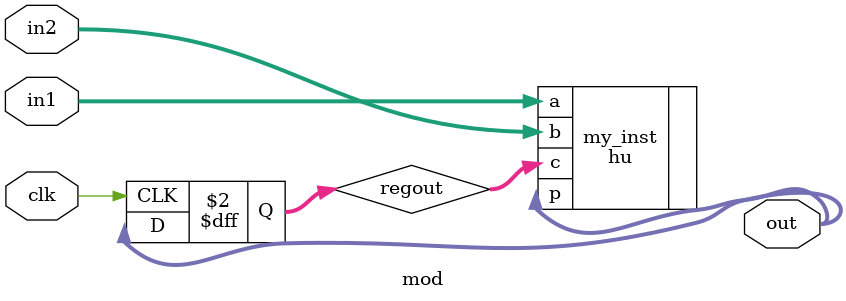
<source format=v>
`timescale 1ns / 1ps
module mod(in1,in2,clk,out);
input [17:0] in1,in2;
input clk;
output [47:0] out;
reg [47:0] regout;
always @ (posedge clk)
begin
regout<=out;
end
// regout ki vakue is added as accumulator

hu my_inst (
  .a(in1), // input [17 : 0] a
  .b(in2), // input [17 : 0] b
  .c(regout), // input [47 : 0] c
  .p(out) // output [47 : 0] p
);

endmodule

</source>
